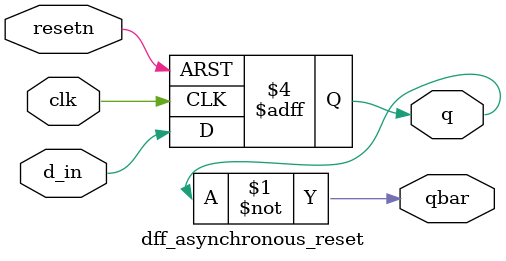
<source format=v>
`timescale 1ns / 1ps 

module dff_asynchronous_reset(resetn, clk, d_in, q, qbar);
input resetn, clk, d_in;
output reg q;
output qbar;

assign qbar = ~q;

always@(negedge resetn,posedge clk) begin
    if(!resetn)
        q <= 0;
    else
        q <= d_in;
end
endmodule       
   
</source>
